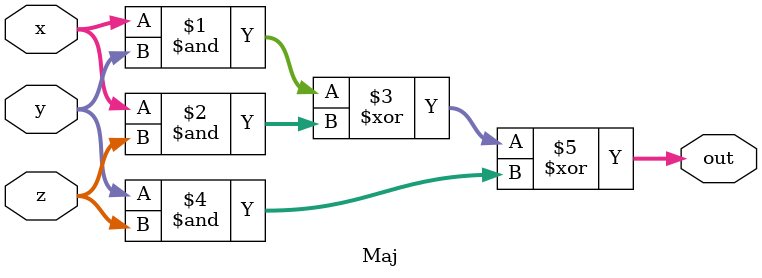
<source format=sv>
`timescale 1ns / 1ps


module Maj(
input [31:0] x,y,z,
output [31:0] out
    );
//    Maj(x, y, z) = For each bit in answer ai, choose whatever the majority of bits are in position i
// out = (x and y) xor (x and z) xor (y and z)
assign out = x & y ^ x & z ^ y & z;

endmodule

</source>
